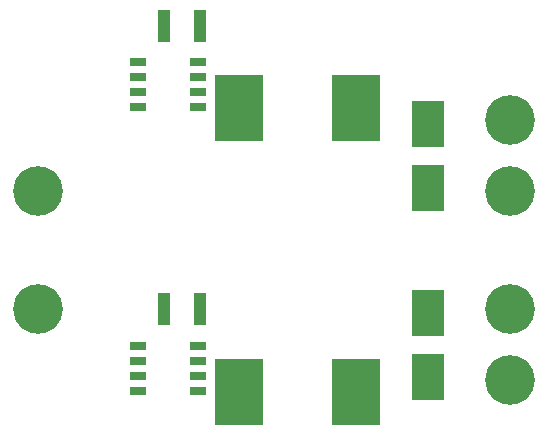
<source format=gts>
G04*
G04 #@! TF.GenerationSoftware,Altium Limited,Altium Designer,21.1.1 (26)*
G04*
G04 Layer_Color=8388736*
%FSLAX44Y44*%
%MOMM*%
G71*
G04*
G04 #@! TF.SameCoordinates,2B608519-D33F-45DA-9D82-168DE6A03E0F*
G04*
G04*
G04 #@! TF.FilePolarity,Negative*
G04*
G01*
G75*
%ADD17R,4.0532X5.7032*%
%ADD18R,1.3972X0.7622*%
%ADD19R,1.1032X2.7032*%
%ADD20R,2.7532X3.9532*%
%ADD21C,4.2032*%
D17*
X220250Y370000D02*
D03*
X319750D02*
D03*
X319750Y130000D02*
D03*
X220250D02*
D03*
D18*
X134730Y169050D02*
D03*
Y156350D02*
D03*
Y143650D02*
D03*
Y130950D02*
D03*
X185270Y169050D02*
D03*
Y156350D02*
D03*
Y143650D02*
D03*
Y130950D02*
D03*
X134730Y409050D02*
D03*
Y396350D02*
D03*
Y383650D02*
D03*
Y370950D02*
D03*
X185270Y409050D02*
D03*
Y396350D02*
D03*
Y383650D02*
D03*
Y370950D02*
D03*
D19*
X187500Y200000D02*
D03*
X156500D02*
D03*
Y440000D02*
D03*
X187500D02*
D03*
D20*
X380000Y197000D02*
D03*
Y143000D02*
D03*
Y303000D02*
D03*
Y357000D02*
D03*
D21*
X450000Y200000D02*
D03*
Y140000D02*
D03*
Y360000D02*
D03*
Y300000D02*
D03*
X50000D02*
D03*
Y200000D02*
D03*
M02*

</source>
